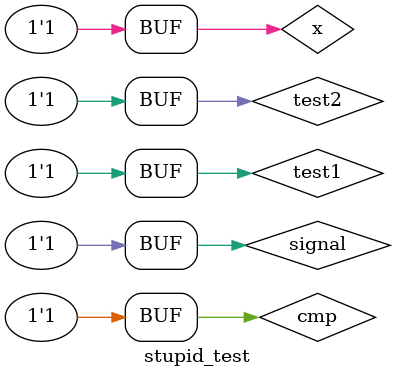
<source format=v>
`timescale 1ns / 1ps


module stupid_test(

    );
    
    
    reg test1;
    reg test2;
    wire cmp;
    reg signal;
    assign cmp = (test1 == test2);
    assign x = test1;
    always@(*)begin
        if(cmp == 1) 
            signal = 1;
        else if(x == 1)
            signal = 1;
        else signal = 0;
    end
    initial begin
        #30 test1 = 1;
        #10 test2 = 0;
        #10 test2 = 1;
    end
    
    
endmodule

</source>
